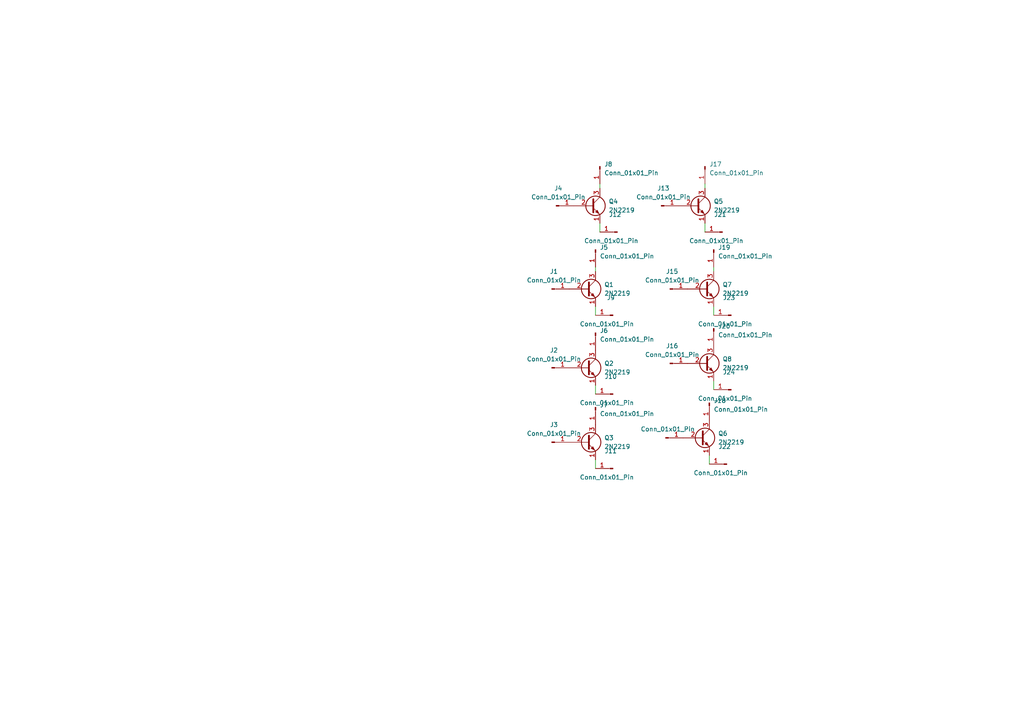
<source format=kicad_sch>
(kicad_sch (version 20231120) (generator "eeschema") (generator_version "8.0")
  (paper "A4")
  (lib_symbols
    (symbol "Connector:Conn_01x01_Pin" (pin_names (offset 1.016) hide)
      (property "Reference" "J" (at 0 2.54 0))
      (property "Value" "Conn_01x01_Pin" (at 0 -2.54 0))
      (symbol "Conn_01x01_Pin_1_1"
        (polyline (pts (xy 1.27 0) (xy 0.8636 0)) (stroke (width 0.1524)))
        (rectangle (start 0.8636 0.127) (end 0 -0.127) (stroke (width 0.1524)) (fill (type outline)))
        (pin passive line (at 5.08 0 180) (length 3.81) (name "Pin_1") (number "1"))
      )
    )
    (symbol "Transistor_BJT:2N2219" (pin_names (offset 0) hide)
      (property "Reference" "Q" (at 5.08 1.905 0))
      (property "Value" "2N2219" (at 5.08 0 0))
      (symbol "2N2219_0_1"
        (polyline (pts (xy 0.635 0.635) (xy 2.54 2.54)))
        (polyline (pts (xy 0.635 -0.635) (xy 2.54 -2.54) (xy 2.54 -2.54)))
        (polyline (pts (xy 0.635 1.905) (xy 0.635 -1.905) (xy 0.635 -1.905)) (stroke (width 0.508)))
        (polyline (pts (xy 1.27 -1.778) (xy 1.778 -1.27) (xy 2.286 -2.286) (xy 1.27 -1.778) (xy 1.27 -1.778)) (fill (type outline)))
        (circle (center 1.27 0) (radius 2.8194) (stroke (width 0.254)))
      )
      (symbol "2N2219_1_1"
        (pin passive line (at 2.54 -5.08 90) (length 2.54) (name "E") (number "1"))
        (pin passive line (at -5.08 0 0) (length 5.715) (name "B") (number "2"))
        (pin passive line (at 2.54 5.08 270) (length 2.54) (name "C") (number "3"))
      )
    )
  )
  (wire (pts (xy 207.01 77.47) (xy 207.01 78.74)))
  (wire (pts (xy 172.72 91.44) (xy 172.72 88.9)))
  (wire (pts (xy 173.99 67.31) (xy 173.99 64.77)))
  (wire (pts (xy 173.99 53.34) (xy 173.99 54.61)))
  (wire (pts (xy 204.47 53.34) (xy 204.47 54.61)))
  (wire (pts (xy 204.47 67.31) (xy 204.47 64.77)))
  (wire (pts (xy 205.74 134.62) (xy 205.74 132.08)))
  (wire (pts (xy 172.72 77.47) (xy 172.72 78.74)))
  (wire (pts (xy 207.01 113.03) (xy 207.01 110.49)))
  (wire (pts (xy 207.01 91.44) (xy 207.01 88.9)))
  (wire (pts (xy 172.72 114.3) (xy 172.72 111.76)))
  (wire (pts (xy 172.72 135.89) (xy 172.72 133.35)))
  (symbol (lib_id "Transistor_BJT:2N2219") (at 203.2 127 0) (unit 1)
    (property "Reference" "Q6" (at 208.28 125.7299 0) (effects (justify left)))
    (property "Value" "2N2219" (at 208.28 128.2699 0) (effects (justify left)))
    (property "Footprint" "Package_TO_SOT_THT:TO-39-3" (effects (hide yes)))
    (property "Datasheet" "http://www.onsemi.com/pub_link/Collateral/2N2219-D.PDF" (effects (hide yes)))
    (property "Description" "800mA Ic, 50V Vce, NPN Transistor, TO-39" (effects (hide yes)))
  )
  (symbol (lib_id "Connector:Conn_01x01_Pin") (at 160.02 83.82 0) (unit 1)
    (property "Reference" "J1" (at 160.655 78.74 0))
    (property "Value" "Conn_01x01_Pin" (at 160.655 81.28 0))
    (property "Description" "Generic connector, single row, 01x01, script generated" (effects (hide yes)))
  )
  (symbol (lib_id "Connector:Conn_01x01_Pin") (at 205.74 116.84 270) (unit 1)
    (property "Reference" "J18" (at 207.01 116.2049 90) (effects (justify left)))
    (property "Value" "Conn_01x01_Pin" (at 207.01 118.7449 90) (effects (justify left)))
    (property "Description" "Generic connector, single row, 01x01, script generated" (effects (hide yes)))
  )
  (symbol (lib_id "Transistor_BJT:2N2219") (at 170.18 128.27 0) (unit 1)
    (property "Reference" "Q3" (at 175.26 126.9999 0) (effects (justify left)))
    (property "Value" "2N2219" (at 175.26 129.5399 0) (effects (justify left)))
    (property "Footprint" "Package_TO_SOT_THT:TO-39-3" (effects (hide yes)))
    (property "Datasheet" "http://www.onsemi.com/pub_link/Collateral/2N2219-D.PDF" (effects (hide yes)))
    (property "Description" "800mA Ic, 50V Vce, NPN Transistor, TO-39" (effects (hide yes)))
  )
  (symbol (lib_id "Connector:Conn_01x01_Pin") (at 160.02 106.68 0) (unit 1)
    (property "Reference" "J2" (at 160.655 101.6 0))
    (property "Value" "Conn_01x01_Pin" (at 160.655 104.14 0))
    (property "Description" "Generic connector, single row, 01x01, script generated" (effects (hide yes)))
  )
  (symbol (lib_id "Connector:Conn_01x01_Pin") (at 179.07 67.31 180) (unit 1)
    (property "Reference" "J12" (at 178.435 62.23 0))
    (property "Value" "Conn_01x01_Pin" (at 177.292 69.85 0))
    (property "Description" "Generic connector, single row, 01x01, script generated" (effects (hide yes)))
  )
  (symbol (lib_id "Connector:Conn_01x01_Pin") (at 191.77 59.69 0) (unit 1)
    (property "Reference" "J13" (at 192.405 54.61 0))
    (property "Value" "Conn_01x01_Pin" (at 192.405 57.15 0))
    (property "Description" "Generic connector, single row, 01x01, script generated" (effects (hide yes)))
  )
  (symbol (lib_id "Connector:Conn_01x01_Pin") (at 173.99 48.26 270) (unit 1)
    (property "Reference" "J8" (at 175.26 47.6249 90) (effects (justify left)))
    (property "Value" "Conn_01x01_Pin" (at 175.26 50.1649 90) (effects (justify left)))
    (property "Description" "Generic connector, single row, 01x01, script generated" (effects (hide yes)))
  )
  (symbol (lib_id "Connector:Conn_01x01_Pin") (at 210.82 134.62 180) (unit 1)
    (property "Reference" "J22" (at 210.185 129.54 0))
    (property "Value" "Conn_01x01_Pin" (at 209.042 137.16 0))
    (property "Description" "Generic connector, single row, 01x01, script generated" (effects (hide yes)))
  )
  (symbol (lib_id "Connector:Conn_01x01_Pin") (at 172.72 118.11 270) (unit 1)
    (property "Reference" "J7" (at 173.99 117.4749 90) (effects (justify left)))
    (property "Value" "Conn_01x01_Pin" (at 173.99 120.0149 90) (effects (justify left)))
    (property "Description" "Generic connector, single row, 01x01, script generated" (effects (hide yes)))
  )
  (symbol (lib_id "Transistor_BJT:2N2219") (at 171.45 59.69 0) (unit 1)
    (property "Reference" "Q4" (at 176.53 58.4199 0) (effects (justify left)))
    (property "Value" "2N2219" (at 176.53 60.9599 0) (effects (justify left)))
    (property "Footprint" "Package_TO_SOT_THT:TO-39-3" (effects (hide yes)))
    (property "Datasheet" "http://www.onsemi.com/pub_link/Collateral/2N2219-D.PDF" (effects (hide yes)))
    (property "Description" "800mA Ic, 50V Vce, NPN Transistor, TO-39" (effects (hide yes)))
  )
  (symbol (lib_id "Connector:Conn_01x01_Pin") (at 207.01 72.39 270) (unit 1)
    (property "Reference" "J19" (at 208.28 71.7549 90) (effects (justify left)))
    (property "Value" "Conn_01x01_Pin" (at 208.28 74.2949 90) (effects (justify left)))
    (property "Description" "Generic connector, single row, 01x01, script generated" (effects (hide yes)))
  )
  (symbol (lib_id "Transistor_BJT:2N2219") (at 170.18 106.68 0) (unit 1)
    (property "Reference" "Q2" (at 175.26 105.4099 0) (effects (justify left)))
    (property "Value" "2N2219" (at 175.26 107.9499 0) (effects (justify left)))
    (property "Footprint" "Package_TO_SOT_THT:TO-39-3" (effects (hide yes)))
    (property "Datasheet" "http://www.onsemi.com/pub_link/Collateral/2N2219-D.PDF" (effects (hide yes)))
    (property "Description" "800mA Ic, 50V Vce, NPN Transistor, TO-39" (effects (hide yes)))
  )
  (symbol (lib_id "Connector:Conn_01x01_Pin") (at 194.31 105.41 0) (unit 1)
    (property "Reference" "J16" (at 194.945 100.33 0))
    (property "Value" "Conn_01x01_Pin" (at 194.945 102.87 0))
    (property "Description" "Generic connector, single row, 01x01, script generated" (effects (hide yes)))
  )
  (symbol (lib_id "Connector:Conn_01x01_Pin") (at 193.04 127 0) (unit 1)
    (property "Reference" "J14" (effects (hide yes)))
    (property "Value" "Conn_01x01_Pin" (at 193.675 124.46 0))
    (property "Description" "Generic connector, single row, 01x01, script generated" (effects (hide yes)))
  )
  (symbol (lib_id "Connector:Conn_01x01_Pin") (at 177.8 114.3 180) (unit 1)
    (property "Reference" "J10" (at 177.165 109.22 0))
    (property "Value" "Conn_01x01_Pin" (at 176.022 116.84 0))
    (property "Description" "Generic connector, single row, 01x01, script generated" (effects (hide yes)))
  )
  (symbol (lib_id "Transistor_BJT:2N2219") (at 204.47 105.41 0) (unit 1)
    (property "Reference" "Q8" (at 209.55 104.1399 0) (effects (justify left)))
    (property "Value" "2N2219" (at 209.55 106.6799 0) (effects (justify left)))
    (property "Footprint" "Package_TO_SOT_THT:TO-39-3" (effects (hide yes)))
    (property "Datasheet" "http://www.onsemi.com/pub_link/Collateral/2N2219-D.PDF" (effects (hide yes)))
    (property "Description" "800mA Ic, 50V Vce, NPN Transistor, TO-39" (effects (hide yes)))
  )
  (symbol (lib_id "Transistor_BJT:2N2219") (at 201.93 59.69 0) (unit 1)
    (property "Reference" "Q5" (at 207.01 58.4199 0) (effects (justify left)))
    (property "Value" "2N2219" (at 207.01 60.9599 0) (effects (justify left)))
    (property "Footprint" "Package_TO_SOT_THT:TO-39-3" (effects (hide yes)))
    (property "Datasheet" "http://www.onsemi.com/pub_link/Collateral/2N2219-D.PDF" (effects (hide yes)))
    (property "Description" "800mA Ic, 50V Vce, NPN Transistor, TO-39" (effects (hide yes)))
  )
  (symbol (lib_id "Connector:Conn_01x01_Pin") (at 177.8 91.44 180) (unit 1)
    (property "Reference" "J9" (at 177.165 86.36 0))
    (property "Value" "Conn_01x01_Pin" (at 176.022 93.98 0))
    (property "Description" "Generic connector, single row, 01x01, script generated" (effects (hide yes)))
  )
  (symbol (lib_id "Connector:Conn_01x01_Pin") (at 160.02 128.27 0) (unit 1)
    (property "Reference" "J3" (at 160.655 123.19 0))
    (property "Value" "Conn_01x01_Pin" (at 160.655 125.73 0))
    (property "Description" "Generic connector, single row, 01x01, script generated" (effects (hide yes)))
  )
  (symbol (lib_id "Connector:Conn_01x01_Pin") (at 172.72 96.52 270) (unit 1)
    (property "Reference" "J6" (at 173.99 95.8849 90) (effects (justify left)))
    (property "Value" "Conn_01x01_Pin" (at 173.99 98.4249 90) (effects (justify left)))
    (property "Description" "Generic connector, single row, 01x01, script generated" (effects (hide yes)))
  )
  (symbol (lib_id "Connector:Conn_01x01_Pin") (at 172.72 72.39 270) (unit 1)
    (property "Reference" "J5" (at 173.99 71.7549 90) (effects (justify left)))
    (property "Value" "Conn_01x01_Pin" (at 173.99 74.2949 90) (effects (justify left)))
    (property "Description" "Generic connector, single row, 01x01, script generated" (effects (hide yes)))
  )
  (symbol (lib_id "Transistor_BJT:2N2219") (at 204.47 83.82 0) (unit 1)
    (property "Reference" "Q7" (at 209.55 82.5499 0) (effects (justify left)))
    (property "Value" "2N2219" (at 209.55 85.0899 0) (effects (justify left)))
    (property "Footprint" "Package_TO_SOT_THT:TO-39-3" (effects (hide yes)))
    (property "Datasheet" "http://www.onsemi.com/pub_link/Collateral/2N2219-D.PDF" (effects (hide yes)))
    (property "Description" "800mA Ic, 50V Vce, NPN Transistor, TO-39" (effects (hide yes)))
  )
  (symbol (lib_id "Connector:Conn_01x01_Pin") (at 212.09 113.03 180) (unit 1)
    (property "Reference" "J24" (at 211.455 107.95 0))
    (property "Value" "Conn_01x01_Pin" (at 210.312 115.57 0))
    (property "Description" "Generic connector, single row, 01x01, script generated" (effects (hide yes)))
  )
  (symbol (lib_id "Connector:Conn_01x01_Pin") (at 212.09 91.44 180) (unit 1)
    (property "Reference" "J23" (at 211.455 86.36 0))
    (property "Value" "Conn_01x01_Pin" (at 210.312 93.98 0))
    (property "Description" "Generic connector, single row, 01x01, script generated" (effects (hide yes)))
  )
  (symbol (lib_id "Connector:Conn_01x01_Pin") (at 207.01 95.25 270) (unit 1)
    (property "Reference" "J20" (at 208.28 94.6149 90) (effects (justify left)))
    (property "Value" "Conn_01x01_Pin" (at 208.28 97.1549 90) (effects (justify left)))
    (property "Description" "Generic connector, single row, 01x01, script generated" (effects (hide yes)))
  )
  (symbol (lib_id "Connector:Conn_01x01_Pin") (at 194.31 83.82 0) (unit 1)
    (property "Reference" "J15" (at 194.945 78.74 0))
    (property "Value" "Conn_01x01_Pin" (at 194.945 81.28 0))
    (property "Description" "Generic connector, single row, 01x01, script generated" (effects (hide yes)))
  )
  (symbol (lib_id "Connector:Conn_01x01_Pin") (at 209.55 67.31 180) (unit 1)
    (property "Reference" "J21" (at 208.915 62.23 0))
    (property "Value" "Conn_01x01_Pin" (at 207.772 69.85 0))
    (property "Description" "Generic connector, single row, 01x01, script generated" (effects (hide yes)))
  )
  (symbol (lib_id "Connector:Conn_01x01_Pin") (at 204.47 48.26 270) (unit 1)
    (property "Reference" "J17" (at 205.74 47.6249 90) (effects (justify left)))
    (property "Value" "Conn_01x01_Pin" (at 205.74 50.1649 90) (effects (justify left)))
    (property "Description" "Generic connector, single row, 01x01, script generated" (effects (hide yes)))
  )
  (symbol (lib_id "Connector:Conn_01x01_Pin") (at 161.29 59.69 0) (unit 1)
    (property "Reference" "J4" (at 161.925 54.61 0))
    (property "Value" "Conn_01x01_Pin" (at 161.925 57.15 0))
    (property "Description" "Generic connector, single row, 01x01, script generated" (effects (hide yes)))
  )
  (symbol (lib_id "Transistor_BJT:2N2219") (at 170.18 83.82 0) (unit 1)
    (property "Reference" "Q1" (at 175.26 82.5499 0) (effects (justify left)))
    (property "Value" "2N2219" (at 175.26 85.0899 0) (effects (justify left)))
    (property "Footprint" "Package_TO_SOT_THT:TO-39-3" (effects (hide yes)))
    (property "Datasheet" "http://www.onsemi.com/pub_link/Collateral/2N2219-D.PDF" (effects (hide yes)))
    (property "Description" "800mA Ic, 50V Vce, NPN Transistor, TO-39" (effects (hide yes)))
  )
  (symbol (lib_id "Connector:Conn_01x01_Pin") (at 177.8 135.89 180) (unit 1)
    (property "Reference" "J11" (at 177.165 130.81 0))
    (property "Value" "Conn_01x01_Pin" (at 176.022 138.43 0))
    (property "Description" "Generic connector, single row, 01x01, script generated" (effects (hide yes)))
  )
)
</source>
